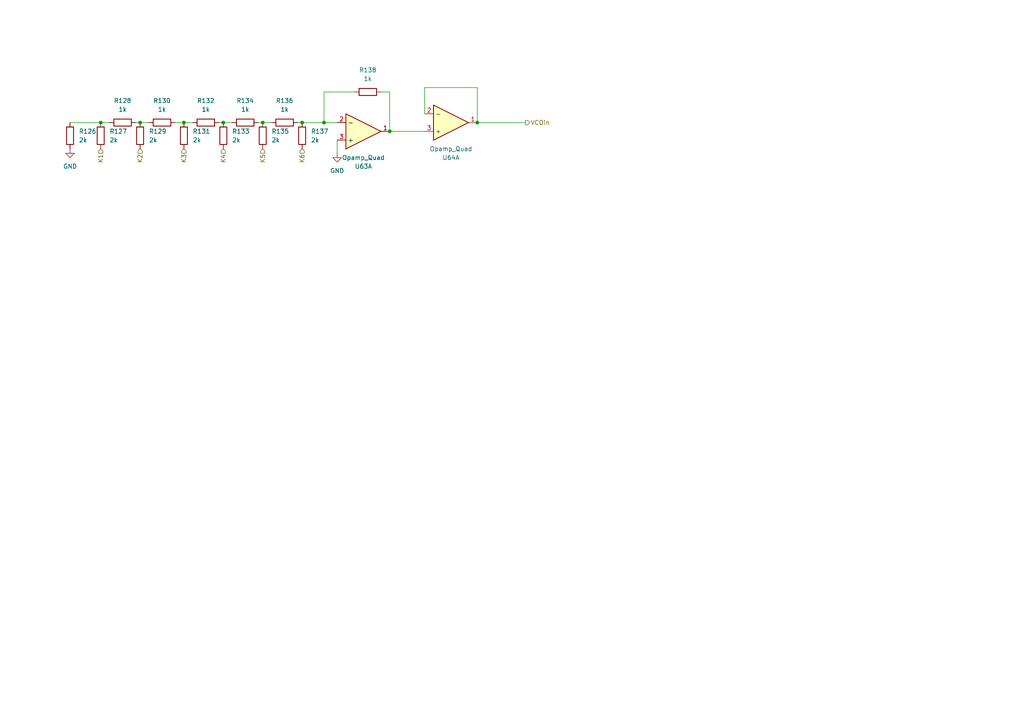
<source format=kicad_sch>
(kicad_sch (version 20230121) (generator eeschema)

  (uuid a98c4093-9985-4e4c-bab7-7a760c9de03a)

  (paper "A4")

  (lib_symbols
    (symbol "Device:Opamp_Quad" (in_bom yes) (on_board yes)
      (property "Reference" "U" (at 0 5.08 0)
        (effects (font (size 1.27 1.27)) (justify left))
      )
      (property "Value" "Opamp_Quad" (at 0 -5.08 0)
        (effects (font (size 1.27 1.27)) (justify left))
      )
      (property "Footprint" "" (at 0 0 0)
        (effects (font (size 1.27 1.27)) hide)
      )
      (property "Datasheet" "~" (at 0 0 0)
        (effects (font (size 1.27 1.27)) hide)
      )
      (property "ki_locked" "" (at 0 0 0)
        (effects (font (size 1.27 1.27)))
      )
      (property "ki_keywords" "quad opamp" (at 0 0 0)
        (effects (font (size 1.27 1.27)) hide)
      )
      (property "ki_description" "Quad operational amplifier" (at 0 0 0)
        (effects (font (size 1.27 1.27)) hide)
      )
      (property "ki_fp_filters" "SOIC*3.9x8.7mm*P1.27mm* DIP*W7.62mm* TSSOP*4.4x5mm*P0.65mm* SSOP*5.3x6.2mm*P0.65mm*" (at 0 0 0)
        (effects (font (size 1.27 1.27)) hide)
      )
      (symbol "Opamp_Quad_1_1"
        (polyline
          (pts
            (xy -5.08 5.08)
            (xy 5.08 0)
            (xy -5.08 -5.08)
            (xy -5.08 5.08)
          )
          (stroke (width 0.254) (type default))
          (fill (type background))
        )
        (pin output line (at 7.62 0 180) (length 2.54)
          (name "~" (effects (font (size 1.27 1.27))))
          (number "1" (effects (font (size 1.27 1.27))))
        )
        (pin input line (at -7.62 -2.54 0) (length 2.54)
          (name "-" (effects (font (size 1.27 1.27))))
          (number "2" (effects (font (size 1.27 1.27))))
        )
        (pin input line (at -7.62 2.54 0) (length 2.54)
          (name "+" (effects (font (size 1.27 1.27))))
          (number "3" (effects (font (size 1.27 1.27))))
        )
      )
      (symbol "Opamp_Quad_2_1"
        (polyline
          (pts
            (xy -5.08 5.08)
            (xy 5.08 0)
            (xy -5.08 -5.08)
            (xy -5.08 5.08)
          )
          (stroke (width 0.254) (type default))
          (fill (type background))
        )
        (pin input line (at -7.62 2.54 0) (length 2.54)
          (name "+" (effects (font (size 1.27 1.27))))
          (number "5" (effects (font (size 1.27 1.27))))
        )
        (pin input line (at -7.62 -2.54 0) (length 2.54)
          (name "-" (effects (font (size 1.27 1.27))))
          (number "6" (effects (font (size 1.27 1.27))))
        )
        (pin output line (at 7.62 0 180) (length 2.54)
          (name "~" (effects (font (size 1.27 1.27))))
          (number "7" (effects (font (size 1.27 1.27))))
        )
      )
      (symbol "Opamp_Quad_3_1"
        (polyline
          (pts
            (xy -5.08 5.08)
            (xy 5.08 0)
            (xy -5.08 -5.08)
            (xy -5.08 5.08)
          )
          (stroke (width 0.254) (type default))
          (fill (type background))
        )
        (pin input line (at -7.62 2.54 0) (length 2.54)
          (name "+" (effects (font (size 1.27 1.27))))
          (number "10" (effects (font (size 1.27 1.27))))
        )
        (pin output line (at 7.62 0 180) (length 2.54)
          (name "~" (effects (font (size 1.27 1.27))))
          (number "8" (effects (font (size 1.27 1.27))))
        )
        (pin input line (at -7.62 -2.54 0) (length 2.54)
          (name "-" (effects (font (size 1.27 1.27))))
          (number "9" (effects (font (size 1.27 1.27))))
        )
      )
      (symbol "Opamp_Quad_4_1"
        (polyline
          (pts
            (xy -5.08 5.08)
            (xy 5.08 0)
            (xy -5.08 -5.08)
            (xy -5.08 5.08)
          )
          (stroke (width 0.254) (type default))
          (fill (type background))
        )
        (pin input line (at -7.62 2.54 0) (length 2.54)
          (name "+" (effects (font (size 1.27 1.27))))
          (number "12" (effects (font (size 1.27 1.27))))
        )
        (pin input line (at -7.62 -2.54 0) (length 2.54)
          (name "-" (effects (font (size 1.27 1.27))))
          (number "13" (effects (font (size 1.27 1.27))))
        )
        (pin output line (at 7.62 0 180) (length 2.54)
          (name "~" (effects (font (size 1.27 1.27))))
          (number "14" (effects (font (size 1.27 1.27))))
        )
      )
      (symbol "Opamp_Quad_5_1"
        (pin power_in line (at -2.54 -7.62 90) (length 3.81)
          (name "V-" (effects (font (size 1.27 1.27))))
          (number "11" (effects (font (size 1.27 1.27))))
        )
        (pin power_in line (at -2.54 7.62 270) (length 3.81)
          (name "V+" (effects (font (size 1.27 1.27))))
          (number "4" (effects (font (size 1.27 1.27))))
        )
      )
    )
    (symbol "Device:R" (pin_numbers hide) (pin_names (offset 0)) (in_bom yes) (on_board yes)
      (property "Reference" "R" (at 2.032 0 90)
        (effects (font (size 1.27 1.27)))
      )
      (property "Value" "R" (at 0 0 90)
        (effects (font (size 1.27 1.27)))
      )
      (property "Footprint" "" (at -1.778 0 90)
        (effects (font (size 1.27 1.27)) hide)
      )
      (property "Datasheet" "~" (at 0 0 0)
        (effects (font (size 1.27 1.27)) hide)
      )
      (property "ki_keywords" "R res resistor" (at 0 0 0)
        (effects (font (size 1.27 1.27)) hide)
      )
      (property "ki_description" "Resistor" (at 0 0 0)
        (effects (font (size 1.27 1.27)) hide)
      )
      (property "ki_fp_filters" "R_*" (at 0 0 0)
        (effects (font (size 1.27 1.27)) hide)
      )
      (symbol "R_0_1"
        (rectangle (start -1.016 -2.54) (end 1.016 2.54)
          (stroke (width 0.254) (type default))
          (fill (type none))
        )
      )
      (symbol "R_1_1"
        (pin passive line (at 0 3.81 270) (length 1.27)
          (name "~" (effects (font (size 1.27 1.27))))
          (number "1" (effects (font (size 1.27 1.27))))
        )
        (pin passive line (at 0 -3.81 90) (length 1.27)
          (name "~" (effects (font (size 1.27 1.27))))
          (number "2" (effects (font (size 1.27 1.27))))
        )
      )
    )
    (symbol "power:GND" (power) (pin_names (offset 0)) (in_bom yes) (on_board yes)
      (property "Reference" "#PWR" (at 0 -6.35 0)
        (effects (font (size 1.27 1.27)) hide)
      )
      (property "Value" "GND" (at 0 -3.81 0)
        (effects (font (size 1.27 1.27)))
      )
      (property "Footprint" "" (at 0 0 0)
        (effects (font (size 1.27 1.27)) hide)
      )
      (property "Datasheet" "" (at 0 0 0)
        (effects (font (size 1.27 1.27)) hide)
      )
      (property "ki_keywords" "global power" (at 0 0 0)
        (effects (font (size 1.27 1.27)) hide)
      )
      (property "ki_description" "Power symbol creates a global label with name \"GND\" , ground" (at 0 0 0)
        (effects (font (size 1.27 1.27)) hide)
      )
      (symbol "GND_0_1"
        (polyline
          (pts
            (xy 0 0)
            (xy 0 -1.27)
            (xy 1.27 -1.27)
            (xy 0 -2.54)
            (xy -1.27 -1.27)
            (xy 0 -1.27)
          )
          (stroke (width 0) (type default))
          (fill (type none))
        )
      )
      (symbol "GND_1_1"
        (pin power_in line (at 0 0 270) (length 0) hide
          (name "GND" (effects (font (size 1.27 1.27))))
          (number "1" (effects (font (size 1.27 1.27))))
        )
      )
    )
  )

  (junction (at 87.63 35.56) (diameter 0) (color 0 0 0 0)
    (uuid 258329fe-4857-459a-8b3d-2e3138c2a238)
  )
  (junction (at 93.98 35.56) (diameter 0) (color 0 0 0 0)
    (uuid 38ba6ee8-ed31-4f96-8552-97fbbb9003a2)
  )
  (junction (at 64.77 35.56) (diameter 0) (color 0 0 0 0)
    (uuid 3ae88a81-1bb5-4553-b4d4-4b7f9c7cb6b0)
  )
  (junction (at 40.64 35.56) (diameter 0) (color 0 0 0 0)
    (uuid 4e887920-5e0a-4e4d-8c91-3b7f391ce287)
  )
  (junction (at 138.43 35.56) (diameter 0) (color 0 0 0 0)
    (uuid 88e032fc-493b-4700-b2cf-7ce27b578d96)
  )
  (junction (at 76.2 35.56) (diameter 0) (color 0 0 0 0)
    (uuid a1784a25-fcf0-4bc2-80e0-89fea3279077)
  )
  (junction (at 113.03 38.1) (diameter 0) (color 0 0 0 0)
    (uuid dcbfe524-ff2c-475d-935f-e0f43c150602)
  )
  (junction (at 53.34 35.56) (diameter 0) (color 0 0 0 0)
    (uuid e063cb06-0a2b-49cf-9e25-4f6354d40826)
  )
  (junction (at 29.21 35.56) (diameter 0) (color 0 0 0 0)
    (uuid fe68771f-0041-4f72-939c-088f3b3a6431)
  )

  (wire (pts (xy 138.43 25.4) (xy 138.43 35.56))
    (stroke (width 0) (type default))
    (uuid 0235aaad-51d8-4b3f-ba01-c48bdd280703)
  )
  (wire (pts (xy 93.98 35.56) (xy 93.98 26.67))
    (stroke (width 0) (type default))
    (uuid 04ca40e4-f6a3-4a99-9c5e-faeaf65f5f2b)
  )
  (wire (pts (xy 86.36 35.56) (xy 87.63 35.56))
    (stroke (width 0) (type default))
    (uuid 0734df79-5e35-41da-9bb2-1c28d3ace42b)
  )
  (wire (pts (xy 40.64 35.56) (xy 43.18 35.56))
    (stroke (width 0) (type default))
    (uuid 101626e2-8b1e-4cc1-bb2d-c1f0c41c7a28)
  )
  (wire (pts (xy 113.03 26.67) (xy 113.03 38.1))
    (stroke (width 0) (type default))
    (uuid 1402649b-e6c0-4196-bbbf-8d3a22b9e3d5)
  )
  (wire (pts (xy 93.98 35.56) (xy 97.79 35.56))
    (stroke (width 0) (type default))
    (uuid 1e616eb8-0c87-4ddc-95e4-c8a46fe9f7e6)
  )
  (wire (pts (xy 76.2 35.56) (xy 78.74 35.56))
    (stroke (width 0) (type default))
    (uuid 298fc726-5e55-4124-b9b3-1432eae865ab)
  )
  (wire (pts (xy 20.32 35.56) (xy 29.21 35.56))
    (stroke (width 0) (type default))
    (uuid 2a4ce369-9ced-4ef8-9cce-8e08f0c88b1a)
  )
  (wire (pts (xy 39.37 35.56) (xy 40.64 35.56))
    (stroke (width 0) (type default))
    (uuid 31b93db3-d2e5-4372-91e5-9a6cb4747357)
  )
  (wire (pts (xy 50.8 35.56) (xy 53.34 35.56))
    (stroke (width 0) (type default))
    (uuid 3b3a436c-00f0-4760-8fd5-b38a53480936)
  )
  (wire (pts (xy 110.49 26.67) (xy 113.03 26.67))
    (stroke (width 0) (type default))
    (uuid 3ea1d5a7-c1a2-4415-94e9-f2827849025b)
  )
  (wire (pts (xy 113.03 38.1) (xy 123.19 38.1))
    (stroke (width 0) (type default))
    (uuid 44191362-4ee4-40a1-9b1f-4637fddcbb99)
  )
  (wire (pts (xy 123.19 33.02) (xy 123.19 25.4))
    (stroke (width 0) (type default))
    (uuid 443988d2-7a8e-45b0-87ce-a3710c468cef)
  )
  (wire (pts (xy 63.5 35.56) (xy 64.77 35.56))
    (stroke (width 0) (type default))
    (uuid 44bdd86f-487f-4c03-aaa1-3bca1ff93327)
  )
  (wire (pts (xy 97.79 40.64) (xy 97.79 44.45))
    (stroke (width 0) (type default))
    (uuid 6d73c48a-a28e-4b8e-8fdc-2a8be53b141b)
  )
  (wire (pts (xy 138.43 35.56) (xy 152.4 35.56))
    (stroke (width 0) (type default))
    (uuid 78c30a82-8721-4607-ac1b-c345528c4336)
  )
  (wire (pts (xy 87.63 35.56) (xy 93.98 35.56))
    (stroke (width 0) (type default))
    (uuid 7cc566fb-211f-4408-b387-d5e7d868ce11)
  )
  (wire (pts (xy 53.34 35.56) (xy 55.88 35.56))
    (stroke (width 0) (type default))
    (uuid 7dc5f659-74f9-4762-ae06-1e9af3ca68b9)
  )
  (wire (pts (xy 64.77 35.56) (xy 67.31 35.56))
    (stroke (width 0) (type default))
    (uuid 83a5d46a-7ed9-4384-aac9-e26a9570ce16)
  )
  (wire (pts (xy 74.93 35.56) (xy 76.2 35.56))
    (stroke (width 0) (type default))
    (uuid 99e7e126-4fa6-49f9-a5f5-fe16f4ec32aa)
  )
  (wire (pts (xy 123.19 25.4) (xy 138.43 25.4))
    (stroke (width 0) (type default))
    (uuid 9b5765b9-54bf-4382-9b9b-21fc534c7cd8)
  )
  (wire (pts (xy 93.98 26.67) (xy 102.87 26.67))
    (stroke (width 0) (type default))
    (uuid a0cf93a7-0b26-463d-b991-5ea2bb2ff633)
  )
  (wire (pts (xy 29.21 35.56) (xy 31.75 35.56))
    (stroke (width 0) (type default))
    (uuid fb88d71d-221f-4331-b904-df75b35816de)
  )

  (hierarchical_label "K4" (shape input) (at 64.77 43.18 270) (fields_autoplaced)
    (effects (font (size 1.27 1.27)) (justify right))
    (uuid 3e5c5c63-2ddf-4b6d-a8e6-425378c0f800)
  )
  (hierarchical_label "K6" (shape input) (at 87.63 43.18 270) (fields_autoplaced)
    (effects (font (size 1.27 1.27)) (justify right))
    (uuid 55efeb30-1fa4-4efe-961b-77d8772eb56b)
  )
  (hierarchical_label "K2" (shape input) (at 40.64 43.18 270) (fields_autoplaced)
    (effects (font (size 1.27 1.27)) (justify right))
    (uuid 70d5b622-67ac-4fe2-b82d-471a9a32bbc7)
  )
  (hierarchical_label "VCOin" (shape output) (at 152.4 35.56 0) (fields_autoplaced)
    (effects (font (size 1.27 1.27)) (justify left))
    (uuid 8a77d90c-1d69-4f1f-ae47-fcf2537a3cba)
  )
  (hierarchical_label "K5" (shape input) (at 76.2 43.18 270) (fields_autoplaced)
    (effects (font (size 1.27 1.27)) (justify right))
    (uuid 8abf24d0-10e8-4c98-b7be-6351a2aefb6a)
  )
  (hierarchical_label "K1" (shape input) (at 29.21 43.18 270) (fields_autoplaced)
    (effects (font (size 1.27 1.27)) (justify right))
    (uuid 9c0cd0f5-59e1-4412-8906-45542dd41b27)
  )
  (hierarchical_label "K3" (shape input) (at 53.34 43.18 270) (fields_autoplaced)
    (effects (font (size 1.27 1.27)) (justify right))
    (uuid cab2e83f-b91c-4c12-afe1-b1a7d6773cc7)
  )

  (symbol (lib_id "Device:R") (at 40.64 39.37 180) (unit 1)
    (in_bom yes) (on_board yes) (dnp no) (fields_autoplaced)
    (uuid 1163ede1-125a-4e32-92ce-39d3293142cc)
    (property "Reference" "R129" (at 43.18 38.1 0)
      (effects (font (size 1.27 1.27)) (justify right))
    )
    (property "Value" "2k" (at 43.18 40.64 0)
      (effects (font (size 1.27 1.27)) (justify right))
    )
    (property "Footprint" "" (at 42.418 39.37 90)
      (effects (font (size 1.27 1.27)) hide)
    )
    (property "Datasheet" "~" (at 40.64 39.37 0)
      (effects (font (size 1.27 1.27)) hide)
    )
    (pin "1" (uuid 065c12c8-6136-4538-a987-057892cff764))
    (pin "2" (uuid 27abe413-8a69-4262-9719-64064c9f9ecc))
    (instances
      (project "szinti"
        (path "/c9b1620a-569f-4770-8753-fedfc7271ef5/4e4dea23-2f17-463b-9ca5-2828f8ff861a/931c7b33-ec6a-4bd1-a786-c1b43de99baf"
          (reference "R129") (unit 1)
        )
      )
    )
  )

  (symbol (lib_id "Device:R") (at 46.99 35.56 270) (unit 1)
    (in_bom yes) (on_board yes) (dnp no) (fields_autoplaced)
    (uuid 2f27baec-b7b5-4fbb-968d-b29693ea31c4)
    (property "Reference" "R130" (at 46.99 29.21 90)
      (effects (font (size 1.27 1.27)))
    )
    (property "Value" "1k" (at 46.99 31.75 90)
      (effects (font (size 1.27 1.27)))
    )
    (property "Footprint" "" (at 46.99 33.782 90)
      (effects (font (size 1.27 1.27)) hide)
    )
    (property "Datasheet" "~" (at 46.99 35.56 0)
      (effects (font (size 1.27 1.27)) hide)
    )
    (pin "1" (uuid e22f2191-7140-4bfc-865d-d4f009e97cf8))
    (pin "2" (uuid dc195ade-dd02-4f70-8362-579b87374a4f))
    (instances
      (project "szinti"
        (path "/c9b1620a-569f-4770-8753-fedfc7271ef5/4e4dea23-2f17-463b-9ca5-2828f8ff861a/931c7b33-ec6a-4bd1-a786-c1b43de99baf"
          (reference "R130") (unit 1)
        )
      )
    )
  )

  (symbol (lib_id "Device:R") (at 71.12 35.56 270) (unit 1)
    (in_bom yes) (on_board yes) (dnp no) (fields_autoplaced)
    (uuid 36ec13ee-7da6-455a-87c5-eda39e531ef7)
    (property "Reference" "R134" (at 71.12 29.21 90)
      (effects (font (size 1.27 1.27)))
    )
    (property "Value" "1k" (at 71.12 31.75 90)
      (effects (font (size 1.27 1.27)))
    )
    (property "Footprint" "" (at 71.12 33.782 90)
      (effects (font (size 1.27 1.27)) hide)
    )
    (property "Datasheet" "~" (at 71.12 35.56 0)
      (effects (font (size 1.27 1.27)) hide)
    )
    (pin "1" (uuid c145111e-a98a-47c3-b4b6-2514167f0fb8))
    (pin "2" (uuid ab1112b3-106c-45da-a08b-05555103d1d9))
    (instances
      (project "szinti"
        (path "/c9b1620a-569f-4770-8753-fedfc7271ef5/4e4dea23-2f17-463b-9ca5-2828f8ff861a/931c7b33-ec6a-4bd1-a786-c1b43de99baf"
          (reference "R134") (unit 1)
        )
      )
    )
  )

  (symbol (lib_id "Device:Opamp_Quad") (at 105.41 38.1 0) (mirror x) (unit 1)
    (in_bom yes) (on_board yes) (dnp no)
    (uuid 44519bf0-dee7-4349-a315-226f9c20b8cc)
    (property "Reference" "U63" (at 105.41 48.26 0)
      (effects (font (size 1.27 1.27)))
    )
    (property "Value" "Opamp_Quad" (at 105.41 45.72 0)
      (effects (font (size 1.27 1.27)))
    )
    (property "Footprint" "" (at 105.41 38.1 0)
      (effects (font (size 1.27 1.27)) hide)
    )
    (property "Datasheet" "~" (at 105.41 38.1 0)
      (effects (font (size 1.27 1.27)) hide)
    )
    (pin "1" (uuid a0caa14a-0afe-4bf2-bb2a-b75066a04587))
    (pin "2" (uuid c97f615e-64b5-4697-aa3a-04fdfabd2448))
    (pin "3" (uuid bcdac31c-2ba4-4a35-a8f5-75e7e0847b84))
    (pin "5" (uuid 093a8d42-cefe-4ebe-898b-ab7a05481def))
    (pin "6" (uuid 813fb053-8b71-4c64-a4b5-86e45f5591df))
    (pin "7" (uuid 5cf13864-5fd2-4852-ba7e-e4e191377ad7))
    (pin "10" (uuid 12d77fa6-4a51-4048-ae2d-2cb2edb86950))
    (pin "8" (uuid 260742d4-5075-479a-a179-f18af33a33d3))
    (pin "9" (uuid 083a7fa5-f894-4221-9a21-ceba4f540051))
    (pin "12" (uuid 8d60fa06-4cec-4327-80af-b9e7462da1e1))
    (pin "13" (uuid 03bb24ad-23a8-4b1f-a4b2-01d955467cc5))
    (pin "14" (uuid 96e6294c-0735-447a-96b9-9d32bf2b549a))
    (pin "11" (uuid 2994af73-3253-4aca-a18b-f2745933ef88))
    (pin "4" (uuid 6f00029e-9cf2-494a-b066-70ad3855bcc0))
    (instances
      (project "szinti"
        (path "/c9b1620a-569f-4770-8753-fedfc7271ef5/4e4dea23-2f17-463b-9ca5-2828f8ff861a/931c7b33-ec6a-4bd1-a786-c1b43de99baf"
          (reference "U63") (unit 1)
        )
      )
    )
  )

  (symbol (lib_id "Device:R") (at 20.32 39.37 180) (unit 1)
    (in_bom yes) (on_board yes) (dnp no) (fields_autoplaced)
    (uuid 57a7c0f6-95dd-4995-9440-0f555e1f02be)
    (property "Reference" "R126" (at 22.86 38.1 0)
      (effects (font (size 1.27 1.27)) (justify right))
    )
    (property "Value" "2k" (at 22.86 40.64 0)
      (effects (font (size 1.27 1.27)) (justify right))
    )
    (property "Footprint" "" (at 22.098 39.37 90)
      (effects (font (size 1.27 1.27)) hide)
    )
    (property "Datasheet" "~" (at 20.32 39.37 0)
      (effects (font (size 1.27 1.27)) hide)
    )
    (pin "1" (uuid 306a9d35-bdbb-49fd-a784-9d04d3faf675))
    (pin "2" (uuid 06c83b52-9b9a-499e-b232-4705989047eb))
    (instances
      (project "szinti"
        (path "/c9b1620a-569f-4770-8753-fedfc7271ef5/4e4dea23-2f17-463b-9ca5-2828f8ff861a/931c7b33-ec6a-4bd1-a786-c1b43de99baf"
          (reference "R126") (unit 1)
        )
      )
    )
  )

  (symbol (lib_id "Device:R") (at 53.34 39.37 180) (unit 1)
    (in_bom yes) (on_board yes) (dnp no) (fields_autoplaced)
    (uuid 596776d5-5fc0-479f-a867-ebba54511207)
    (property "Reference" "R131" (at 55.88 38.1 0)
      (effects (font (size 1.27 1.27)) (justify right))
    )
    (property "Value" "2k" (at 55.88 40.64 0)
      (effects (font (size 1.27 1.27)) (justify right))
    )
    (property "Footprint" "" (at 55.118 39.37 90)
      (effects (font (size 1.27 1.27)) hide)
    )
    (property "Datasheet" "~" (at 53.34 39.37 0)
      (effects (font (size 1.27 1.27)) hide)
    )
    (pin "1" (uuid 2d4f8c0a-0b94-4337-8174-516b950d04a7))
    (pin "2" (uuid 710c6fb8-342b-41f3-acb7-3af5cdf31e36))
    (instances
      (project "szinti"
        (path "/c9b1620a-569f-4770-8753-fedfc7271ef5/4e4dea23-2f17-463b-9ca5-2828f8ff861a/931c7b33-ec6a-4bd1-a786-c1b43de99baf"
          (reference "R131") (unit 1)
        )
      )
    )
  )

  (symbol (lib_id "Device:R") (at 59.69 35.56 270) (unit 1)
    (in_bom yes) (on_board yes) (dnp no) (fields_autoplaced)
    (uuid 76d0137c-ecc9-4edb-a566-745291ec4429)
    (property "Reference" "R132" (at 59.69 29.21 90)
      (effects (font (size 1.27 1.27)))
    )
    (property "Value" "1k" (at 59.69 31.75 90)
      (effects (font (size 1.27 1.27)))
    )
    (property "Footprint" "" (at 59.69 33.782 90)
      (effects (font (size 1.27 1.27)) hide)
    )
    (property "Datasheet" "~" (at 59.69 35.56 0)
      (effects (font (size 1.27 1.27)) hide)
    )
    (pin "1" (uuid 9446d899-57be-4211-bad4-1efb4538ad50))
    (pin "2" (uuid 7b873fa6-57f7-4083-9f9e-937da8535b42))
    (instances
      (project "szinti"
        (path "/c9b1620a-569f-4770-8753-fedfc7271ef5/4e4dea23-2f17-463b-9ca5-2828f8ff861a/931c7b33-ec6a-4bd1-a786-c1b43de99baf"
          (reference "R132") (unit 1)
        )
      )
    )
  )

  (symbol (lib_id "power:GND") (at 97.79 44.45 0) (unit 1)
    (in_bom yes) (on_board yes) (dnp no) (fields_autoplaced)
    (uuid a4fb4ad7-9b53-4593-81ce-b71225201fca)
    (property "Reference" "#PWR070" (at 97.79 50.8 0)
      (effects (font (size 1.27 1.27)) hide)
    )
    (property "Value" "GND" (at 97.79 49.53 0)
      (effects (font (size 1.27 1.27)))
    )
    (property "Footprint" "" (at 97.79 44.45 0)
      (effects (font (size 1.27 1.27)) hide)
    )
    (property "Datasheet" "" (at 97.79 44.45 0)
      (effects (font (size 1.27 1.27)) hide)
    )
    (pin "1" (uuid 27de21c6-6028-42fd-894e-03ddd5d4a1fb))
    (instances
      (project "szinti"
        (path "/c9b1620a-569f-4770-8753-fedfc7271ef5/4e4dea23-2f17-463b-9ca5-2828f8ff861a/931c7b33-ec6a-4bd1-a786-c1b43de99baf"
          (reference "#PWR070") (unit 1)
        )
      )
    )
  )

  (symbol (lib_id "Device:R") (at 87.63 39.37 180) (unit 1)
    (in_bom yes) (on_board yes) (dnp no) (fields_autoplaced)
    (uuid afeaa993-60f6-4d16-91c6-98d4f6a9dd40)
    (property "Reference" "R137" (at 90.17 38.1 0)
      (effects (font (size 1.27 1.27)) (justify right))
    )
    (property "Value" "2k" (at 90.17 40.64 0)
      (effects (font (size 1.27 1.27)) (justify right))
    )
    (property "Footprint" "" (at 89.408 39.37 90)
      (effects (font (size 1.27 1.27)) hide)
    )
    (property "Datasheet" "~" (at 87.63 39.37 0)
      (effects (font (size 1.27 1.27)) hide)
    )
    (pin "1" (uuid 339d76d2-6738-4aa1-b664-0ae8a5dc019d))
    (pin "2" (uuid 9cd53c72-507b-4074-b1e8-c876b314a742))
    (instances
      (project "szinti"
        (path "/c9b1620a-569f-4770-8753-fedfc7271ef5/4e4dea23-2f17-463b-9ca5-2828f8ff861a/931c7b33-ec6a-4bd1-a786-c1b43de99baf"
          (reference "R137") (unit 1)
        )
      )
    )
  )

  (symbol (lib_id "Device:R") (at 64.77 39.37 180) (unit 1)
    (in_bom yes) (on_board yes) (dnp no) (fields_autoplaced)
    (uuid b05656d1-c3e6-40fc-8774-bc5e70a6dbd3)
    (property "Reference" "R133" (at 67.31 38.1 0)
      (effects (font (size 1.27 1.27)) (justify right))
    )
    (property "Value" "2k" (at 67.31 40.64 0)
      (effects (font (size 1.27 1.27)) (justify right))
    )
    (property "Footprint" "" (at 66.548 39.37 90)
      (effects (font (size 1.27 1.27)) hide)
    )
    (property "Datasheet" "~" (at 64.77 39.37 0)
      (effects (font (size 1.27 1.27)) hide)
    )
    (pin "1" (uuid 0b0f481a-fedb-4955-a877-b6d490d4f196))
    (pin "2" (uuid d3e84c7d-2869-45ea-aa55-72eaa6198ad4))
    (instances
      (project "szinti"
        (path "/c9b1620a-569f-4770-8753-fedfc7271ef5/4e4dea23-2f17-463b-9ca5-2828f8ff861a/931c7b33-ec6a-4bd1-a786-c1b43de99baf"
          (reference "R133") (unit 1)
        )
      )
    )
  )

  (symbol (lib_id "Device:R") (at 35.56 35.56 270) (unit 1)
    (in_bom yes) (on_board yes) (dnp no) (fields_autoplaced)
    (uuid b537878d-db82-4846-929b-05421d288091)
    (property "Reference" "R128" (at 35.56 29.21 90)
      (effects (font (size 1.27 1.27)))
    )
    (property "Value" "1k" (at 35.56 31.75 90)
      (effects (font (size 1.27 1.27)))
    )
    (property "Footprint" "" (at 35.56 33.782 90)
      (effects (font (size 1.27 1.27)) hide)
    )
    (property "Datasheet" "~" (at 35.56 35.56 0)
      (effects (font (size 1.27 1.27)) hide)
    )
    (pin "1" (uuid 48bb5474-eae6-465d-8e70-da7c3d321694))
    (pin "2" (uuid bac676b8-9ac7-4db6-991f-2c51fcd601d7))
    (instances
      (project "szinti"
        (path "/c9b1620a-569f-4770-8753-fedfc7271ef5/4e4dea23-2f17-463b-9ca5-2828f8ff861a/931c7b33-ec6a-4bd1-a786-c1b43de99baf"
          (reference "R128") (unit 1)
        )
      )
    )
  )

  (symbol (lib_id "Device:Opamp_Quad") (at 130.81 35.56 0) (mirror x) (unit 1)
    (in_bom yes) (on_board yes) (dnp no)
    (uuid b793e22f-1395-43d0-bddc-1ba59ff5cf05)
    (property "Reference" "U64" (at 130.81 45.72 0)
      (effects (font (size 1.27 1.27)))
    )
    (property "Value" "Opamp_Quad" (at 130.81 43.18 0)
      (effects (font (size 1.27 1.27)))
    )
    (property "Footprint" "" (at 130.81 35.56 0)
      (effects (font (size 1.27 1.27)) hide)
    )
    (property "Datasheet" "~" (at 130.81 35.56 0)
      (effects (font (size 1.27 1.27)) hide)
    )
    (pin "1" (uuid b71fa8a6-ee66-45ca-b52a-b1ad02564c9e))
    (pin "2" (uuid 5ea3a2ac-0003-4d87-a06c-5712acf1c7d7))
    (pin "3" (uuid ebdd66ac-6d32-47cd-bf10-f6186d905b0e))
    (pin "5" (uuid 093a8d42-cefe-4ebe-898b-ab7a05481df0))
    (pin "6" (uuid 813fb053-8b71-4c64-a4b5-86e45f5591e0))
    (pin "7" (uuid 5cf13864-5fd2-4852-ba7e-e4e191377ad8))
    (pin "10" (uuid 12d77fa6-4a51-4048-ae2d-2cb2edb86951))
    (pin "8" (uuid 260742d4-5075-479a-a179-f18af33a33d4))
    (pin "9" (uuid 083a7fa5-f894-4221-9a21-ceba4f540052))
    (pin "12" (uuid 8d60fa06-4cec-4327-80af-b9e7462da1e2))
    (pin "13" (uuid 03bb24ad-23a8-4b1f-a4b2-01d955467cc6))
    (pin "14" (uuid 96e6294c-0735-447a-96b9-9d32bf2b549b))
    (pin "11" (uuid 2994af73-3253-4aca-a18b-f2745933ef89))
    (pin "4" (uuid 6f00029e-9cf2-494a-b066-70ad3855bcc1))
    (instances
      (project "szinti"
        (path "/c9b1620a-569f-4770-8753-fedfc7271ef5/4e4dea23-2f17-463b-9ca5-2828f8ff861a/931c7b33-ec6a-4bd1-a786-c1b43de99baf"
          (reference "U64") (unit 1)
        )
      )
    )
  )

  (symbol (lib_id "Device:R") (at 76.2 39.37 180) (unit 1)
    (in_bom yes) (on_board yes) (dnp no) (fields_autoplaced)
    (uuid c0c24cb5-cac3-41ab-83d4-26c977c22565)
    (property "Reference" "R135" (at 78.74 38.1 0)
      (effects (font (size 1.27 1.27)) (justify right))
    )
    (property "Value" "2k" (at 78.74 40.64 0)
      (effects (font (size 1.27 1.27)) (justify right))
    )
    (property "Footprint" "" (at 77.978 39.37 90)
      (effects (font (size 1.27 1.27)) hide)
    )
    (property "Datasheet" "~" (at 76.2 39.37 0)
      (effects (font (size 1.27 1.27)) hide)
    )
    (pin "1" (uuid f80e4872-7d65-45ae-8cb5-8773c2f8e6f3))
    (pin "2" (uuid 96f19bfb-886f-4f40-a148-0f9a6c45014d))
    (instances
      (project "szinti"
        (path "/c9b1620a-569f-4770-8753-fedfc7271ef5/4e4dea23-2f17-463b-9ca5-2828f8ff861a/931c7b33-ec6a-4bd1-a786-c1b43de99baf"
          (reference "R135") (unit 1)
        )
      )
    )
  )

  (symbol (lib_id "Device:R") (at 82.55 35.56 270) (unit 1)
    (in_bom yes) (on_board yes) (dnp no) (fields_autoplaced)
    (uuid dc424b1a-36fd-4bb1-8979-06e74688dc5a)
    (property "Reference" "R136" (at 82.55 29.21 90)
      (effects (font (size 1.27 1.27)))
    )
    (property "Value" "1k" (at 82.55 31.75 90)
      (effects (font (size 1.27 1.27)))
    )
    (property "Footprint" "" (at 82.55 33.782 90)
      (effects (font (size 1.27 1.27)) hide)
    )
    (property "Datasheet" "~" (at 82.55 35.56 0)
      (effects (font (size 1.27 1.27)) hide)
    )
    (pin "1" (uuid 51bca79d-b01c-44ed-a400-9d971fcc9269))
    (pin "2" (uuid 539d4475-82aa-456e-9158-c7684a212204))
    (instances
      (project "szinti"
        (path "/c9b1620a-569f-4770-8753-fedfc7271ef5/4e4dea23-2f17-463b-9ca5-2828f8ff861a/931c7b33-ec6a-4bd1-a786-c1b43de99baf"
          (reference "R136") (unit 1)
        )
      )
    )
  )

  (symbol (lib_id "power:GND") (at 20.32 43.18 0) (unit 1)
    (in_bom yes) (on_board yes) (dnp no) (fields_autoplaced)
    (uuid e91b41e7-0890-4368-8312-e5dd6a43746a)
    (property "Reference" "#PWR069" (at 20.32 49.53 0)
      (effects (font (size 1.27 1.27)) hide)
    )
    (property "Value" "GND" (at 20.32 48.26 0)
      (effects (font (size 1.27 1.27)))
    )
    (property "Footprint" "" (at 20.32 43.18 0)
      (effects (font (size 1.27 1.27)) hide)
    )
    (property "Datasheet" "" (at 20.32 43.18 0)
      (effects (font (size 1.27 1.27)) hide)
    )
    (pin "1" (uuid 66f191b3-0646-4e68-8a69-f34419fa9932))
    (instances
      (project "szinti"
        (path "/c9b1620a-569f-4770-8753-fedfc7271ef5/4e4dea23-2f17-463b-9ca5-2828f8ff861a/931c7b33-ec6a-4bd1-a786-c1b43de99baf"
          (reference "#PWR069") (unit 1)
        )
      )
    )
  )

  (symbol (lib_id "Device:R") (at 29.21 39.37 180) (unit 1)
    (in_bom yes) (on_board yes) (dnp no) (fields_autoplaced)
    (uuid ec48b380-fa65-4416-bf85-382ad5da7efe)
    (property "Reference" "R127" (at 31.75 38.1 0)
      (effects (font (size 1.27 1.27)) (justify right))
    )
    (property "Value" "2k" (at 31.75 40.64 0)
      (effects (font (size 1.27 1.27)) (justify right))
    )
    (property "Footprint" "" (at 30.988 39.37 90)
      (effects (font (size 1.27 1.27)) hide)
    )
    (property "Datasheet" "~" (at 29.21 39.37 0)
      (effects (font (size 1.27 1.27)) hide)
    )
    (pin "1" (uuid 0f7b0f51-e4cb-4695-9449-c9c0fc8873b2))
    (pin "2" (uuid e5f915ae-c2a7-4fbf-b1cf-30090dfb9810))
    (instances
      (project "szinti"
        (path "/c9b1620a-569f-4770-8753-fedfc7271ef5/4e4dea23-2f17-463b-9ca5-2828f8ff861a/931c7b33-ec6a-4bd1-a786-c1b43de99baf"
          (reference "R127") (unit 1)
        )
      )
    )
  )

  (symbol (lib_id "Device:R") (at 106.68 26.67 270) (unit 1)
    (in_bom yes) (on_board yes) (dnp no) (fields_autoplaced)
    (uuid f9f1467c-23ce-42df-86f1-2c027f61a977)
    (property "Reference" "R138" (at 106.68 20.32 90)
      (effects (font (size 1.27 1.27)))
    )
    (property "Value" "1k" (at 106.68 22.86 90)
      (effects (font (size 1.27 1.27)))
    )
    (property "Footprint" "" (at 106.68 24.892 90)
      (effects (font (size 1.27 1.27)) hide)
    )
    (property "Datasheet" "~" (at 106.68 26.67 0)
      (effects (font (size 1.27 1.27)) hide)
    )
    (pin "1" (uuid cde44d48-f203-4af7-901b-c0284cb86fa0))
    (pin "2" (uuid 02e12db2-621c-4cba-bdad-a77e3d1004ed))
    (instances
      (project "szinti"
        (path "/c9b1620a-569f-4770-8753-fedfc7271ef5/4e4dea23-2f17-463b-9ca5-2828f8ff861a/931c7b33-ec6a-4bd1-a786-c1b43de99baf"
          (reference "R138") (unit 1)
        )
      )
    )
  )
)

</source>
